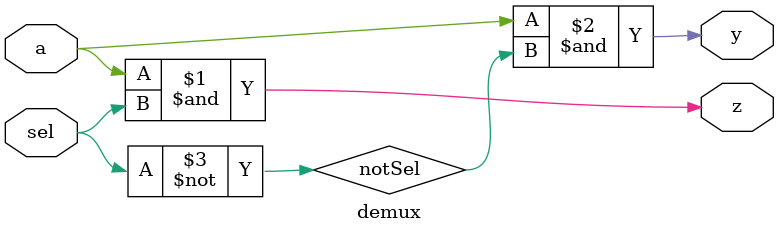
<source format=v>
module demux(y, z, a, sel);
    input a, sel;
    output y, z;
    wire notSel;

    not(notSel, sel);
    and(z, a, sel);
    and(y, a, notSel);
endmodule
</source>
